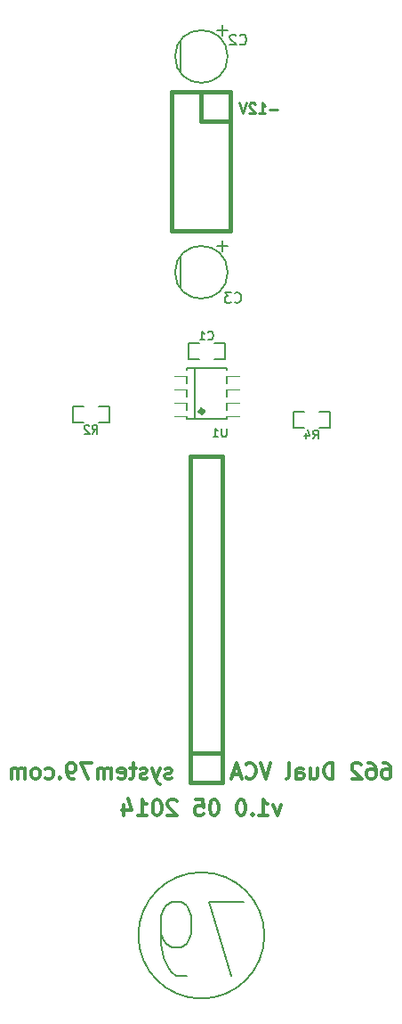
<source format=gbo>
G04 (created by PCBNEW (2013-07-07 BZR 4022)-stable) date 2014-05-25 11:12:15 PM*
%MOIN*%
G04 Gerber Fmt 3.4, Leading zero omitted, Abs format*
%FSLAX34Y34*%
G01*
G70*
G90*
G04 APERTURE LIST*
%ADD10C,0.00590551*%
%ADD11C,0.011811*%
%ADD12C,0.00984252*%
%ADD13C,0.016*%
%ADD14C,0.0026*%
%ADD15C,0.008*%
%ADD16C,0.005*%
%ADD17C,0.015*%
%ADD18C,0.00787402*%
%ADD19C,0.006*%
%ADD20R,0.0866X0.0236*%
%ADD21R,0.045X0.055*%
%ADD22O,0.137795X0.19685*%
%ADD23O,0.0787402X0.137795*%
%ADD24O,0.137795X0.137795*%
%ADD25R,0.0787X0.0787*%
%ADD26C,0.0787*%
%ADD27O,0.0984252X0.137795*%
%ADD28C,0.0688976*%
%ADD29R,0.0551181X0.0551181*%
%ADD30C,0.0551181*%
G04 APERTURE END LIST*
G54D10*
G54D11*
X90973Y-71498D02*
X90832Y-71892D01*
X90691Y-71498D01*
X90157Y-71892D02*
X90494Y-71892D01*
X90326Y-71892D02*
X90326Y-71302D01*
X90382Y-71386D01*
X90438Y-71442D01*
X90494Y-71470D01*
X89904Y-71836D02*
X89876Y-71864D01*
X89904Y-71892D01*
X89932Y-71864D01*
X89904Y-71836D01*
X89904Y-71892D01*
X89510Y-71302D02*
X89454Y-71302D01*
X89398Y-71330D01*
X89370Y-71358D01*
X89341Y-71414D01*
X89313Y-71526D01*
X89313Y-71667D01*
X89341Y-71780D01*
X89370Y-71836D01*
X89398Y-71864D01*
X89454Y-71892D01*
X89510Y-71892D01*
X89566Y-71864D01*
X89595Y-71836D01*
X89623Y-71780D01*
X89651Y-71667D01*
X89651Y-71526D01*
X89623Y-71414D01*
X89595Y-71358D01*
X89566Y-71330D01*
X89510Y-71302D01*
X88498Y-71302D02*
X88442Y-71302D01*
X88385Y-71330D01*
X88357Y-71358D01*
X88329Y-71414D01*
X88301Y-71526D01*
X88301Y-71667D01*
X88329Y-71780D01*
X88357Y-71836D01*
X88385Y-71864D01*
X88442Y-71892D01*
X88498Y-71892D01*
X88554Y-71864D01*
X88582Y-71836D01*
X88610Y-71780D01*
X88638Y-71667D01*
X88638Y-71526D01*
X88610Y-71414D01*
X88582Y-71358D01*
X88554Y-71330D01*
X88498Y-71302D01*
X87767Y-71302D02*
X88048Y-71302D01*
X88076Y-71583D01*
X88048Y-71555D01*
X87992Y-71526D01*
X87851Y-71526D01*
X87795Y-71555D01*
X87767Y-71583D01*
X87739Y-71639D01*
X87739Y-71780D01*
X87767Y-71836D01*
X87795Y-71864D01*
X87851Y-71892D01*
X87992Y-71892D01*
X88048Y-71864D01*
X88076Y-71836D01*
X87064Y-71358D02*
X87035Y-71330D01*
X86979Y-71302D01*
X86839Y-71302D01*
X86782Y-71330D01*
X86754Y-71358D01*
X86726Y-71414D01*
X86726Y-71470D01*
X86754Y-71555D01*
X87092Y-71892D01*
X86726Y-71892D01*
X86361Y-71302D02*
X86304Y-71302D01*
X86248Y-71330D01*
X86220Y-71358D01*
X86192Y-71414D01*
X86164Y-71526D01*
X86164Y-71667D01*
X86192Y-71780D01*
X86220Y-71836D01*
X86248Y-71864D01*
X86304Y-71892D01*
X86361Y-71892D01*
X86417Y-71864D01*
X86445Y-71836D01*
X86473Y-71780D01*
X86501Y-71667D01*
X86501Y-71526D01*
X86473Y-71414D01*
X86445Y-71358D01*
X86417Y-71330D01*
X86361Y-71302D01*
X85601Y-71892D02*
X85939Y-71892D01*
X85770Y-71892D02*
X85770Y-71302D01*
X85826Y-71386D01*
X85883Y-71442D01*
X85939Y-71470D01*
X85095Y-71498D02*
X85095Y-71892D01*
X85236Y-71273D02*
X85376Y-71695D01*
X85011Y-71695D01*
X94811Y-69924D02*
X94924Y-69924D01*
X94980Y-69952D01*
X95008Y-69980D01*
X95064Y-70064D01*
X95092Y-70177D01*
X95092Y-70402D01*
X95064Y-70458D01*
X95036Y-70486D01*
X94980Y-70514D01*
X94867Y-70514D01*
X94811Y-70486D01*
X94783Y-70458D01*
X94755Y-70402D01*
X94755Y-70261D01*
X94783Y-70205D01*
X94811Y-70177D01*
X94867Y-70149D01*
X94980Y-70149D01*
X95036Y-70177D01*
X95064Y-70205D01*
X95092Y-70261D01*
X94249Y-69924D02*
X94361Y-69924D01*
X94417Y-69952D01*
X94446Y-69980D01*
X94502Y-70064D01*
X94530Y-70177D01*
X94530Y-70402D01*
X94502Y-70458D01*
X94474Y-70486D01*
X94417Y-70514D01*
X94305Y-70514D01*
X94249Y-70486D01*
X94221Y-70458D01*
X94192Y-70402D01*
X94192Y-70261D01*
X94221Y-70205D01*
X94249Y-70177D01*
X94305Y-70149D01*
X94417Y-70149D01*
X94474Y-70177D01*
X94502Y-70205D01*
X94530Y-70261D01*
X93967Y-69980D02*
X93939Y-69952D01*
X93883Y-69924D01*
X93742Y-69924D01*
X93686Y-69952D01*
X93658Y-69980D01*
X93630Y-70036D01*
X93630Y-70092D01*
X93658Y-70177D01*
X93996Y-70514D01*
X93630Y-70514D01*
X92927Y-70514D02*
X92927Y-69924D01*
X92786Y-69924D01*
X92702Y-69952D01*
X92646Y-70008D01*
X92618Y-70064D01*
X92589Y-70177D01*
X92589Y-70261D01*
X92618Y-70374D01*
X92646Y-70430D01*
X92702Y-70486D01*
X92786Y-70514D01*
X92927Y-70514D01*
X92083Y-70120D02*
X92083Y-70514D01*
X92336Y-70120D02*
X92336Y-70430D01*
X92308Y-70486D01*
X92252Y-70514D01*
X92168Y-70514D01*
X92111Y-70486D01*
X92083Y-70458D01*
X91549Y-70514D02*
X91549Y-70205D01*
X91577Y-70149D01*
X91633Y-70120D01*
X91746Y-70120D01*
X91802Y-70149D01*
X91549Y-70486D02*
X91605Y-70514D01*
X91746Y-70514D01*
X91802Y-70486D01*
X91830Y-70430D01*
X91830Y-70374D01*
X91802Y-70317D01*
X91746Y-70289D01*
X91605Y-70289D01*
X91549Y-70261D01*
X91183Y-70514D02*
X91240Y-70486D01*
X91268Y-70430D01*
X91268Y-69924D01*
X90593Y-69924D02*
X90396Y-70514D01*
X90199Y-69924D01*
X89665Y-70458D02*
X89693Y-70486D01*
X89777Y-70514D01*
X89834Y-70514D01*
X89918Y-70486D01*
X89974Y-70430D01*
X90002Y-70374D01*
X90030Y-70261D01*
X90030Y-70177D01*
X90002Y-70064D01*
X89974Y-70008D01*
X89918Y-69952D01*
X89834Y-69924D01*
X89777Y-69924D01*
X89693Y-69952D01*
X89665Y-69980D01*
X89440Y-70345D02*
X89159Y-70345D01*
X89496Y-70514D02*
X89299Y-69924D01*
X89102Y-70514D01*
X86881Y-70486D02*
X86825Y-70514D01*
X86712Y-70514D01*
X86656Y-70486D01*
X86628Y-70430D01*
X86628Y-70402D01*
X86656Y-70345D01*
X86712Y-70317D01*
X86796Y-70317D01*
X86853Y-70289D01*
X86881Y-70233D01*
X86881Y-70205D01*
X86853Y-70149D01*
X86796Y-70120D01*
X86712Y-70120D01*
X86656Y-70149D01*
X86431Y-70120D02*
X86290Y-70514D01*
X86150Y-70120D02*
X86290Y-70514D01*
X86347Y-70655D01*
X86375Y-70683D01*
X86431Y-70711D01*
X85953Y-70486D02*
X85897Y-70514D01*
X85784Y-70514D01*
X85728Y-70486D01*
X85700Y-70430D01*
X85700Y-70402D01*
X85728Y-70345D01*
X85784Y-70317D01*
X85868Y-70317D01*
X85925Y-70289D01*
X85953Y-70233D01*
X85953Y-70205D01*
X85925Y-70149D01*
X85868Y-70120D01*
X85784Y-70120D01*
X85728Y-70149D01*
X85531Y-70120D02*
X85306Y-70120D01*
X85447Y-69924D02*
X85447Y-70430D01*
X85419Y-70486D01*
X85362Y-70514D01*
X85306Y-70514D01*
X84884Y-70486D02*
X84940Y-70514D01*
X85053Y-70514D01*
X85109Y-70486D01*
X85137Y-70430D01*
X85137Y-70205D01*
X85109Y-70149D01*
X85053Y-70120D01*
X84940Y-70120D01*
X84884Y-70149D01*
X84856Y-70205D01*
X84856Y-70261D01*
X85137Y-70317D01*
X84603Y-70514D02*
X84603Y-70120D01*
X84603Y-70177D02*
X84575Y-70149D01*
X84519Y-70120D01*
X84434Y-70120D01*
X84378Y-70149D01*
X84350Y-70205D01*
X84350Y-70514D01*
X84350Y-70205D02*
X84322Y-70149D01*
X84266Y-70120D01*
X84181Y-70120D01*
X84125Y-70149D01*
X84097Y-70205D01*
X84097Y-70514D01*
X83872Y-69924D02*
X83478Y-69924D01*
X83731Y-70514D01*
X83225Y-70514D02*
X83113Y-70514D01*
X83056Y-70486D01*
X83028Y-70458D01*
X82972Y-70374D01*
X82944Y-70261D01*
X82944Y-70036D01*
X82972Y-69980D01*
X83000Y-69952D01*
X83056Y-69924D01*
X83169Y-69924D01*
X83225Y-69952D01*
X83253Y-69980D01*
X83281Y-70036D01*
X83281Y-70177D01*
X83253Y-70233D01*
X83225Y-70261D01*
X83169Y-70289D01*
X83056Y-70289D01*
X83000Y-70261D01*
X82972Y-70233D01*
X82944Y-70177D01*
X82691Y-70458D02*
X82663Y-70486D01*
X82691Y-70514D01*
X82719Y-70486D01*
X82691Y-70458D01*
X82691Y-70514D01*
X82156Y-70486D02*
X82213Y-70514D01*
X82325Y-70514D01*
X82381Y-70486D01*
X82410Y-70458D01*
X82438Y-70402D01*
X82438Y-70233D01*
X82410Y-70177D01*
X82381Y-70149D01*
X82325Y-70120D01*
X82213Y-70120D01*
X82156Y-70149D01*
X81819Y-70514D02*
X81875Y-70486D01*
X81903Y-70458D01*
X81931Y-70402D01*
X81931Y-70233D01*
X81903Y-70177D01*
X81875Y-70149D01*
X81819Y-70120D01*
X81735Y-70120D01*
X81678Y-70149D01*
X81650Y-70177D01*
X81622Y-70233D01*
X81622Y-70402D01*
X81650Y-70458D01*
X81678Y-70486D01*
X81735Y-70514D01*
X81819Y-70514D01*
X81369Y-70514D02*
X81369Y-70120D01*
X81369Y-70177D02*
X81341Y-70149D01*
X81285Y-70120D01*
X81200Y-70120D01*
X81144Y-70149D01*
X81116Y-70205D01*
X81116Y-70514D01*
X81116Y-70205D02*
X81088Y-70149D01*
X81032Y-70120D01*
X80947Y-70120D01*
X80891Y-70149D01*
X80863Y-70205D01*
X80863Y-70514D01*
G54D12*
X90851Y-45481D02*
X90551Y-45481D01*
X90157Y-45631D02*
X90382Y-45631D01*
X90269Y-45631D02*
X90269Y-45238D01*
X90307Y-45294D01*
X90344Y-45331D01*
X90382Y-45350D01*
X90007Y-45275D02*
X89988Y-45256D01*
X89951Y-45238D01*
X89857Y-45238D01*
X89820Y-45256D01*
X89801Y-45275D01*
X89782Y-45313D01*
X89782Y-45350D01*
X89801Y-45406D01*
X90026Y-45631D01*
X89782Y-45631D01*
X89670Y-45238D02*
X89538Y-45631D01*
X89407Y-45238D01*
G54D13*
X88070Y-56774D02*
G75*
G03X88070Y-56774I-70J0D01*
G74*
G01*
G54D14*
X86968Y-56948D02*
X86968Y-56755D01*
X86968Y-56755D02*
X87401Y-56755D01*
X87401Y-56948D02*
X87401Y-56755D01*
X86968Y-56948D02*
X87401Y-56948D01*
X86968Y-56448D02*
X86968Y-56255D01*
X86968Y-56255D02*
X87401Y-56255D01*
X87401Y-56448D02*
X87401Y-56255D01*
X86968Y-56448D02*
X87401Y-56448D01*
X86968Y-55949D02*
X86968Y-55756D01*
X86968Y-55756D02*
X87401Y-55756D01*
X87401Y-55949D02*
X87401Y-55756D01*
X86968Y-55949D02*
X87401Y-55949D01*
X86968Y-55449D02*
X86968Y-55256D01*
X86968Y-55256D02*
X87401Y-55256D01*
X87401Y-55449D02*
X87401Y-55256D01*
X86968Y-55449D02*
X87401Y-55449D01*
X88975Y-55449D02*
X88975Y-55256D01*
X88975Y-55256D02*
X89408Y-55256D01*
X89408Y-55449D02*
X89408Y-55256D01*
X88975Y-55449D02*
X89408Y-55449D01*
X88975Y-55949D02*
X88975Y-55756D01*
X88975Y-55756D02*
X89408Y-55756D01*
X89408Y-55949D02*
X89408Y-55756D01*
X88975Y-55949D02*
X89408Y-55949D01*
X88975Y-56448D02*
X88975Y-56255D01*
X88975Y-56255D02*
X89408Y-56255D01*
X89408Y-56448D02*
X89408Y-56255D01*
X88975Y-56448D02*
X89408Y-56448D01*
X88975Y-56948D02*
X88975Y-56755D01*
X88975Y-56755D02*
X89408Y-56755D01*
X89408Y-56948D02*
X89408Y-56755D01*
X88975Y-56948D02*
X89408Y-56948D01*
G54D15*
X88936Y-55158D02*
X87637Y-55158D01*
X87637Y-55158D02*
X87440Y-55158D01*
X87440Y-55158D02*
X87440Y-57046D01*
X87440Y-57046D02*
X87637Y-57046D01*
X87637Y-57046D02*
X88936Y-57046D01*
X88936Y-57046D02*
X88936Y-55158D01*
X87737Y-55158D02*
X87737Y-57046D01*
G54D16*
X88468Y-54827D02*
X88868Y-54827D01*
X88868Y-54827D02*
X88868Y-54227D01*
X88868Y-54227D02*
X88468Y-54227D01*
X87908Y-54227D02*
X87508Y-54227D01*
X87508Y-54227D02*
X87508Y-54827D01*
X87508Y-54827D02*
X87908Y-54827D01*
X92405Y-57386D02*
X92805Y-57386D01*
X92805Y-57386D02*
X92805Y-56786D01*
X92805Y-56786D02*
X92405Y-56786D01*
X91845Y-56786D02*
X91445Y-56786D01*
X91445Y-56786D02*
X91445Y-57386D01*
X91445Y-57386D02*
X91845Y-57386D01*
X83578Y-56589D02*
X83178Y-56589D01*
X83178Y-56589D02*
X83178Y-57189D01*
X83178Y-57189D02*
X83578Y-57189D01*
X84138Y-57189D02*
X84538Y-57189D01*
X84538Y-57189D02*
X84538Y-56589D01*
X84538Y-56589D02*
X84138Y-56589D01*
G54D17*
X87588Y-60466D02*
X87588Y-58466D01*
X88788Y-60466D02*
X88788Y-58466D01*
X87588Y-70666D02*
X87588Y-60466D01*
X88788Y-70666D02*
X88788Y-60466D01*
X88788Y-58466D02*
X87588Y-58466D01*
X88788Y-69566D02*
X87588Y-69566D01*
X88788Y-70666D02*
X87588Y-70666D01*
X86892Y-50040D02*
X89092Y-50040D01*
X89092Y-50040D02*
X89092Y-44840D01*
X86892Y-44840D02*
X86892Y-50040D01*
X87992Y-45940D02*
X89092Y-45940D01*
X87992Y-45940D02*
X87992Y-44840D01*
X89092Y-44840D02*
X86892Y-44840D01*
G54D10*
X87204Y-42913D02*
X87204Y-44094D01*
X88976Y-42519D02*
X88582Y-42519D01*
X88779Y-42716D02*
X88779Y-42322D01*
X88976Y-43503D02*
G75*
G03X88976Y-43503I-984J0D01*
G74*
G01*
X87204Y-50984D02*
X87204Y-52165D01*
X88976Y-50590D02*
X88582Y-50590D01*
X88779Y-50787D02*
X88779Y-50393D01*
X88976Y-51574D02*
G75*
G03X88976Y-51574I-984J0D01*
G74*
G01*
G54D18*
X90354Y-76377D02*
G75*
G03X90354Y-76377I-2362J0D01*
G74*
G01*
G54D19*
X88932Y-57411D02*
X88932Y-57670D01*
X88917Y-57701D01*
X88902Y-57716D01*
X88871Y-57731D01*
X88810Y-57731D01*
X88780Y-57716D01*
X88765Y-57701D01*
X88749Y-57670D01*
X88749Y-57411D01*
X88429Y-57731D02*
X88612Y-57731D01*
X88521Y-57731D02*
X88521Y-57411D01*
X88551Y-57457D01*
X88582Y-57488D01*
X88612Y-57503D01*
X88242Y-54076D02*
X88257Y-54091D01*
X88303Y-54107D01*
X88333Y-54107D01*
X88379Y-54091D01*
X88409Y-54061D01*
X88425Y-54030D01*
X88440Y-53969D01*
X88440Y-53924D01*
X88425Y-53863D01*
X88409Y-53832D01*
X88379Y-53802D01*
X88333Y-53787D01*
X88303Y-53787D01*
X88257Y-53802D01*
X88242Y-53817D01*
X87937Y-54107D02*
X88120Y-54107D01*
X88028Y-54107D02*
X88028Y-53787D01*
X88059Y-53832D01*
X88089Y-53863D01*
X88120Y-53878D01*
X92179Y-57806D02*
X92285Y-57654D01*
X92362Y-57806D02*
X92362Y-57486D01*
X92240Y-57486D01*
X92209Y-57501D01*
X92194Y-57517D01*
X92179Y-57547D01*
X92179Y-57593D01*
X92194Y-57623D01*
X92209Y-57639D01*
X92240Y-57654D01*
X92362Y-57654D01*
X91905Y-57593D02*
X91905Y-57806D01*
X91981Y-57471D02*
X92057Y-57700D01*
X91859Y-57700D01*
X83911Y-57609D02*
X84018Y-57457D01*
X84094Y-57609D02*
X84094Y-57289D01*
X83972Y-57289D01*
X83942Y-57305D01*
X83926Y-57320D01*
X83911Y-57350D01*
X83911Y-57396D01*
X83926Y-57426D01*
X83942Y-57442D01*
X83972Y-57457D01*
X84094Y-57457D01*
X83789Y-57320D02*
X83774Y-57305D01*
X83743Y-57289D01*
X83667Y-57289D01*
X83637Y-57305D01*
X83622Y-57320D01*
X83606Y-57350D01*
X83606Y-57381D01*
X83622Y-57426D01*
X83804Y-57609D01*
X83606Y-57609D01*
G54D10*
X89435Y-43035D02*
X89454Y-43053D01*
X89510Y-43072D01*
X89548Y-43072D01*
X89604Y-43053D01*
X89641Y-43016D01*
X89660Y-42979D01*
X89679Y-42904D01*
X89679Y-42847D01*
X89660Y-42772D01*
X89641Y-42735D01*
X89604Y-42697D01*
X89548Y-42679D01*
X89510Y-42679D01*
X89454Y-42697D01*
X89435Y-42716D01*
X89285Y-42716D02*
X89266Y-42697D01*
X89229Y-42679D01*
X89135Y-42679D01*
X89098Y-42697D01*
X89079Y-42716D01*
X89060Y-42754D01*
X89060Y-42791D01*
X89079Y-42847D01*
X89304Y-43072D01*
X89060Y-43072D01*
X89238Y-52680D02*
X89257Y-52699D01*
X89313Y-52718D01*
X89351Y-52718D01*
X89407Y-52699D01*
X89445Y-52662D01*
X89463Y-52624D01*
X89482Y-52549D01*
X89482Y-52493D01*
X89463Y-52418D01*
X89445Y-52380D01*
X89407Y-52343D01*
X89351Y-52324D01*
X89313Y-52324D01*
X89257Y-52343D01*
X89238Y-52362D01*
X89107Y-52324D02*
X88863Y-52324D01*
X88995Y-52474D01*
X88938Y-52474D01*
X88901Y-52493D01*
X88882Y-52512D01*
X88863Y-52549D01*
X88863Y-52643D01*
X88882Y-52680D01*
X88901Y-52699D01*
X88938Y-52718D01*
X89051Y-52718D01*
X89088Y-52699D01*
X89107Y-52680D01*
G54D18*
X89585Y-75131D02*
X88273Y-75131D01*
X89116Y-77887D01*
X87429Y-77887D02*
X87054Y-77887D01*
X86867Y-77755D01*
X86773Y-77624D01*
X86586Y-77230D01*
X86492Y-76706D01*
X86492Y-75656D01*
X86586Y-75393D01*
X86679Y-75262D01*
X86867Y-75131D01*
X87242Y-75131D01*
X87429Y-75262D01*
X87523Y-75393D01*
X87617Y-75656D01*
X87617Y-76312D01*
X87523Y-76574D01*
X87429Y-76706D01*
X87242Y-76837D01*
X86867Y-76837D01*
X86679Y-76706D01*
X86586Y-76574D01*
X86492Y-76312D01*
%LPC*%
G54D20*
X87165Y-56852D03*
X87165Y-56352D03*
X87165Y-55852D03*
X87165Y-55352D03*
X89211Y-55352D03*
X89211Y-55852D03*
X89211Y-56352D03*
X89211Y-56852D03*
G54D21*
X88613Y-54527D03*
X87763Y-54527D03*
X92550Y-57086D03*
X91700Y-57086D03*
X83433Y-56889D03*
X84283Y-56889D03*
G54D22*
X90275Y-73425D03*
G54D23*
X93976Y-73425D03*
G54D24*
X92125Y-71496D03*
X92125Y-74724D03*
G54D22*
X82007Y-73425D03*
G54D23*
X85708Y-73425D03*
G54D24*
X83858Y-71496D03*
X83858Y-74724D03*
G54D22*
X90275Y-79330D03*
G54D23*
X93976Y-79330D03*
G54D24*
X92125Y-77401D03*
X92125Y-80629D03*
G54D22*
X82007Y-79330D03*
G54D23*
X85708Y-79330D03*
G54D24*
X83858Y-77401D03*
X83858Y-80629D03*
G54D22*
X82007Y-67519D03*
G54D23*
X85708Y-67519D03*
G54D24*
X83858Y-65590D03*
X83858Y-68818D03*
G54D22*
X90275Y-67519D03*
G54D23*
X93976Y-67519D03*
G54D24*
X92125Y-65590D03*
X92125Y-68818D03*
G54D25*
X88188Y-70066D03*
G54D26*
X88188Y-69066D03*
X88188Y-68066D03*
X88188Y-67066D03*
X88188Y-66066D03*
X88188Y-65066D03*
X88188Y-64066D03*
X88188Y-63066D03*
X88188Y-62066D03*
X88188Y-61066D03*
X88188Y-60066D03*
X88188Y-59066D03*
X88492Y-48440D03*
X88492Y-47440D03*
X88492Y-49440D03*
X88492Y-46440D03*
G54D25*
X88492Y-45440D03*
G54D26*
X87492Y-45440D03*
X87492Y-46440D03*
X87492Y-47440D03*
X87492Y-48440D03*
X87492Y-49440D03*
G54D27*
X94015Y-59842D03*
X90236Y-59842D03*
G54D28*
X93110Y-62795D03*
X92125Y-62795D03*
X91141Y-62795D03*
G54D27*
X85748Y-44094D03*
X81968Y-44094D03*
G54D28*
X84842Y-47047D03*
X83858Y-47047D03*
X82874Y-47047D03*
G54D27*
X85748Y-51968D03*
X81968Y-51968D03*
G54D28*
X84842Y-54921D03*
X83858Y-54921D03*
X82874Y-54921D03*
G54D27*
X85748Y-59842D03*
X81968Y-59842D03*
G54D28*
X84842Y-62795D03*
X83858Y-62795D03*
X82874Y-62795D03*
G54D27*
X94015Y-51968D03*
X90236Y-51968D03*
G54D28*
X93110Y-54921D03*
X92125Y-54921D03*
X91141Y-54921D03*
G54D27*
X94015Y-44094D03*
X90236Y-44094D03*
G54D28*
X93110Y-47047D03*
X92125Y-47047D03*
X91141Y-47047D03*
G54D29*
X88385Y-43503D03*
G54D30*
X87598Y-43503D03*
G54D29*
X88385Y-51574D03*
G54D30*
X87598Y-51574D03*
M02*

</source>
